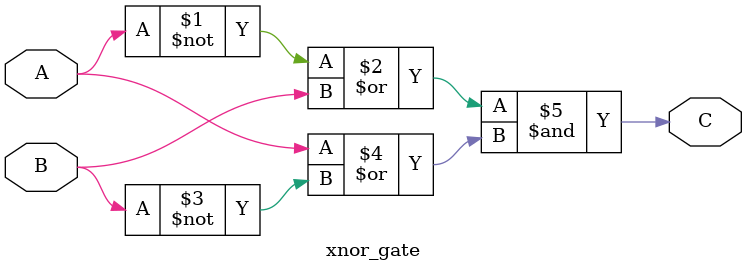
<source format=v>
module xnor_gate(
    input A,
    input B,
    output C
);
    assign C = (~A | B) & (A | ~B);
endmodule

</source>
